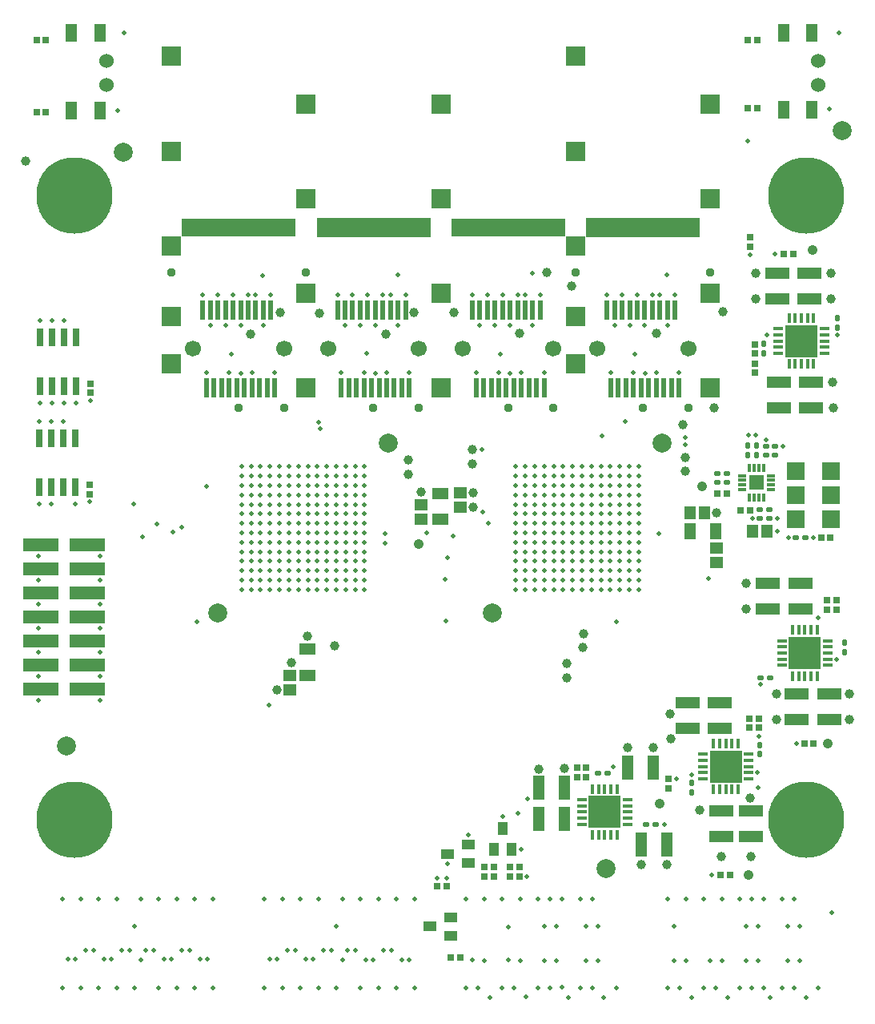
<source format=gts>
%FSLAX44Y44*%
%MOMM*%
G71*
G01*
G75*
G04 Layer_Color=8388736*
%ADD10C,0.2032*%
G04:AMPARAMS|DCode=11|XSize=0.5mm|YSize=0.6mm|CornerRadius=0.125mm|HoleSize=0mm|Usage=FLASHONLY|Rotation=0.000|XOffset=0mm|YOffset=0mm|HoleType=Round|Shape=RoundedRectangle|*
%AMROUNDEDRECTD11*
21,1,0.5000,0.3500,0,0,0.0*
21,1,0.2500,0.6000,0,0,0.0*
1,1,0.2500,0.1250,-0.1750*
1,1,0.2500,-0.1250,-0.1750*
1,1,0.2500,-0.1250,0.1750*
1,1,0.2500,0.1250,0.1750*
%
%ADD11ROUNDEDRECTD11*%
%ADD12R,2.6000X1.1000*%
%ADD13R,0.6000X0.6000*%
G04:AMPARAMS|DCode=14|XSize=0.5mm|YSize=0.6mm|CornerRadius=0.125mm|HoleSize=0mm|Usage=FLASHONLY|Rotation=270.000|XOffset=0mm|YOffset=0mm|HoleType=Round|Shape=RoundedRectangle|*
%AMROUNDEDRECTD14*
21,1,0.5000,0.3500,0,0,270.0*
21,1,0.2500,0.6000,0,0,270.0*
1,1,0.2500,-0.1750,-0.1250*
1,1,0.2500,-0.1750,0.1250*
1,1,0.2500,0.1750,0.1250*
1,1,0.2500,0.1750,-0.1250*
%
%ADD14ROUNDEDRECTD14*%
%ADD15R,1.1000X1.3500*%
%ADD16R,0.6000X0.6000*%
%ADD17R,1.0000X1.4000*%
%ADD18R,1.4000X1.0000*%
%ADD19R,1.4000X1.1000*%
%ADD20R,1.1500X1.8000*%
%ADD21R,0.9500X0.3500*%
%ADD22R,0.3500X0.9500*%
%ADD23R,3.3000X3.3000*%
%ADD24R,0.6000X1.8000*%
%ADD25R,0.5000X2.0000*%
%ADD26R,1.6000X1.6000*%
%ADD27R,0.2800X0.8000*%
%ADD28R,0.8000X0.2800*%
%ADD29R,1.1000X1.4000*%
%ADD30R,1.1500X1.7000*%
%ADD31R,3.3000X3.3000*%
%ADD32R,1.1000X2.6000*%
%ADD33R,1.7000X1.1500*%
%ADD34C,0.4500*%
%ADD35C,1.0000*%
%ADD36R,12.0500X2.0000*%
%ADD37R,1.8000X1.8000*%
%ADD38R,3.6800X1.2700*%
%ADD39C,0.1270*%
%ADD40C,0.2540*%
%ADD41C,0.5080*%
%ADD42C,0.1524*%
%ADD43C,0.3048*%
%ADD44C,0.5000*%
%ADD45C,0.3810*%
%ADD46C,1.6500*%
%ADD47C,1.4732*%
%ADD48C,0.9500*%
%ADD49R,2.0000X2.0000*%
%ADD50C,8.0000*%
%ADD51C,0.4928*%
%ADD52C,0.6600*%
%ADD53C,0.5080*%
%ADD54C,1.0160*%
%ADD55C,1.0080*%
%ADD56C,2.0580*%
%ADD57C,2.0320*%
%ADD58C,1.4580*%
%ADD59C,1.5580*%
%ADD60C,1.6764*%
%ADD61C,4.3180*%
%ADD62C,0.7620*%
%ADD63C,0.1000*%
%ADD64C,0.1016*%
%ADD65C,0.8380*%
%ADD66C,1.2700*%
%ADD67R,0.4064X2.1590*%
%ADD68R,18.0340X0.5080*%
%ADD69C,0.2500*%
%ADD70C,0.6000*%
%ADD71C,0.2000*%
%ADD72R,2.3100X2.3100*%
%ADD73R,1.1200X1.1200*%
%ADD74R,2.3100X2.3100*%
G04:AMPARAMS|DCode=75|XSize=0.5508mm|YSize=0.6508mm|CornerRadius=0.1504mm|HoleSize=0mm|Usage=FLASHONLY|Rotation=0.000|XOffset=0mm|YOffset=0mm|HoleType=Round|Shape=RoundedRectangle|*
%AMROUNDEDRECTD75*
21,1,0.5508,0.3500,0,0,0.0*
21,1,0.2500,0.6508,0,0,0.0*
1,1,0.3008,0.1250,-0.1750*
1,1,0.3008,-0.1250,-0.1750*
1,1,0.3008,-0.1250,0.1750*
1,1,0.3008,0.1250,0.1750*
%
%ADD75ROUNDEDRECTD75*%
%ADD76R,2.6508X1.1508*%
%ADD77R,0.6508X0.6508*%
G04:AMPARAMS|DCode=78|XSize=0.5508mm|YSize=0.6508mm|CornerRadius=0.1504mm|HoleSize=0mm|Usage=FLASHONLY|Rotation=270.000|XOffset=0mm|YOffset=0mm|HoleType=Round|Shape=RoundedRectangle|*
%AMROUNDEDRECTD78*
21,1,0.5508,0.3500,0,0,270.0*
21,1,0.2500,0.6508,0,0,270.0*
1,1,0.3008,-0.1750,-0.1250*
1,1,0.3008,-0.1750,0.1250*
1,1,0.3008,0.1750,0.1250*
1,1,0.3008,0.1750,-0.1250*
%
%ADD78ROUNDEDRECTD78*%
%ADD79R,1.1508X1.4008*%
%ADD80R,0.6508X0.6508*%
%ADD81R,1.0508X1.4508*%
%ADD82R,1.4508X1.0508*%
%ADD83R,1.4508X1.1508*%
%ADD84R,1.2008X1.8508*%
%ADD85R,1.0008X0.4008*%
%ADD86R,0.4008X1.0008*%
%ADD87R,3.3508X3.3508*%
%ADD88R,0.6508X1.8508*%
%ADD89R,0.5508X2.0508*%
%ADD90R,1.6508X1.6508*%
%ADD91R,0.3308X0.8508*%
%ADD92R,0.8508X0.3308*%
%ADD93R,1.1508X1.4508*%
%ADD94R,1.2008X1.7508*%
%ADD95R,3.3508X3.3508*%
%ADD96R,1.1508X2.6508*%
%ADD97R,1.7508X1.2008*%
%ADD98C,0.5008*%
%ADD99C,2.0000*%
%ADD100R,11.9992X1.9492*%
%ADD101R,1.8508X1.8508*%
%ADD102R,3.7308X1.3208*%
%ADD103C,1.0508*%
%ADD104C,1.7008*%
%ADD105C,1.5240*%
%ADD106C,0.0508*%
%ADD107C,8.0508*%
D35*
X865162Y684060D02*
D03*
X783628Y799630D02*
D03*
Y772630D02*
D03*
X863482Y772550D02*
D03*
X863388Y799550D02*
D03*
X865416Y657060D02*
D03*
X11478Y918000D02*
D03*
X742050Y546608D02*
D03*
X739782Y657306D02*
D03*
X706846Y639370D02*
D03*
X709104Y604896D02*
D03*
Y589896D02*
D03*
X583918Y371722D02*
D03*
Y386722D02*
D03*
X601158Y403850D02*
D03*
X601258Y418750D02*
D03*
X430022Y568514D02*
D03*
X485068Y552316D02*
D03*
Y567316D02*
D03*
X483652Y613154D02*
D03*
Y598154D02*
D03*
X416232Y587232D02*
D03*
Y602232D02*
D03*
X338498Y405270D02*
D03*
X309350Y415946D02*
D03*
X277000Y359000D02*
D03*
X293000Y388000D02*
D03*
X773500Y471500D02*
D03*
Y444500D02*
D03*
X806000Y354500D02*
D03*
X883000D02*
D03*
Y327500D02*
D03*
X806000D02*
D03*
X779000Y183000D02*
D03*
X747000D02*
D03*
X724000Y232000D02*
D03*
X689500Y174500D02*
D03*
X662500D02*
D03*
X693420Y334010D02*
D03*
X693614Y307788D02*
D03*
X675500Y298106D02*
D03*
X648500D02*
D03*
X581000Y276000D02*
D03*
X554500Y275500D02*
D03*
X778000Y245000D02*
D03*
X322072Y757428D02*
D03*
X281132Y758190D02*
D03*
X249500Y735000D02*
D03*
X392318Y734640D02*
D03*
X464322Y758018D02*
D03*
X422500Y758000D02*
D03*
X589000Y785500D02*
D03*
X563000Y800500D02*
D03*
X534318Y735640D02*
D03*
X748902Y758604D02*
D03*
X678500Y736000D02*
D03*
D36*
X664469Y847400D02*
D03*
X379469D02*
D03*
D48*
X664369Y657400D02*
D03*
X712369D02*
D03*
X569869D02*
D03*
X521869D02*
D03*
X427369D02*
D03*
X379369D02*
D03*
X236869D02*
D03*
X284869D02*
D03*
X165669Y800400D02*
D03*
X308169D02*
D03*
X593169D02*
D03*
X735669Y800400D02*
D03*
D49*
X165669Y1028400D02*
D03*
Y928400D02*
D03*
X165669Y828400D02*
D03*
Y753400D02*
D03*
X165669Y703400D02*
D03*
X593169Y1028400D02*
D03*
Y928400D02*
D03*
X593169Y828400D02*
D03*
Y753400D02*
D03*
X593169Y703400D02*
D03*
X308169Y978400D02*
D03*
X735669Y678400D02*
D03*
X735669Y778400D02*
D03*
X735669Y878400D02*
D03*
Y978400D02*
D03*
X450669Y678400D02*
D03*
Y778400D02*
D03*
Y878400D02*
D03*
Y978400D02*
D03*
X308169Y878400D02*
D03*
X308169Y778400D02*
D03*
X308169Y678400D02*
D03*
D51*
X733806Y477012D02*
D03*
X636016Y431038D02*
D03*
X268979Y342646D02*
D03*
X541782Y162052D02*
D03*
X708914Y618236D02*
D03*
Y626212D02*
D03*
X646000Y643000D02*
D03*
X620776Y627634D02*
D03*
X457962Y498856D02*
D03*
X455422Y475742D02*
D03*
X135128Y520954D02*
D03*
X126238Y555752D02*
D03*
X806186Y527040D02*
D03*
X818388Y519938D02*
D03*
X844477D02*
D03*
X812710Y616294D02*
D03*
X806422Y540540D02*
D03*
X780170Y540140D02*
D03*
X794274Y623554D02*
D03*
X795274Y734314D02*
D03*
X804420Y819914D02*
D03*
X869696Y734060D02*
D03*
X321000Y642000D02*
D03*
X494000Y613000D02*
D03*
X849449Y44269D02*
D03*
X177000Y531000D02*
D03*
X203000Y574000D02*
D03*
X115400Y1053000D02*
D03*
X150000Y534000D02*
D03*
X167000Y526000D02*
D03*
X464000Y522000D02*
D03*
X109000Y971000D02*
D03*
X495000Y547000D02*
D03*
X862000Y973000D02*
D03*
X872000Y1053000D02*
D03*
X642369Y776150D02*
D03*
X775500Y939000D02*
D03*
X246869Y776150D02*
D03*
X238869Y744650D02*
D03*
X230869Y776150D02*
D03*
X674369D02*
D03*
X666369Y744650D02*
D03*
X658369Y776150D02*
D03*
X531869D02*
D03*
X523869Y744650D02*
D03*
X515869Y776150D02*
D03*
X389369D02*
D03*
X381369Y744650D02*
D03*
X373369Y776150D02*
D03*
X500888Y534920D02*
D03*
X681344Y524438D02*
D03*
X778000Y819162D02*
D03*
X391922Y524256D02*
D03*
Y514256D02*
D03*
X222869Y744650D02*
D03*
X214869Y776150D02*
D03*
X206869Y744650D02*
D03*
X198869Y776150D02*
D03*
X254869D02*
D03*
X262869Y744650D02*
D03*
X270869Y776150D02*
D03*
X630369Y694150D02*
D03*
X654369D02*
D03*
X678369D02*
D03*
X702369D02*
D03*
X202869D02*
D03*
X226869D02*
D03*
X250869D02*
D03*
X274869D02*
D03*
X698369Y776150D02*
D03*
X690369Y744650D02*
D03*
X682369Y776150D02*
D03*
X626369D02*
D03*
X634369Y744650D02*
D03*
X650369D02*
D03*
X413369Y776150D02*
D03*
X405369Y744650D02*
D03*
X397369Y776150D02*
D03*
X341369D02*
D03*
X349369Y744650D02*
D03*
X357369Y776150D02*
D03*
X365369Y744650D02*
D03*
X507869D02*
D03*
X499869Y776150D02*
D03*
X491869Y744650D02*
D03*
X483869Y776150D02*
D03*
X539869D02*
D03*
X547869Y744650D02*
D03*
X555869Y776150D02*
D03*
X559869Y694150D02*
D03*
X535869D02*
D03*
X511869D02*
D03*
X487869D02*
D03*
X417369D02*
D03*
X393369D02*
D03*
X369369D02*
D03*
X345369D02*
D03*
X457724Y175504D02*
D03*
X516000Y225322D02*
D03*
X479724Y205584D02*
D03*
X535790Y191000D02*
D03*
X457000Y159750D02*
D03*
X447000D02*
D03*
X521789Y108785D02*
D03*
X700000Y265000D02*
D03*
X79254Y558034D02*
D03*
X80264Y664972D02*
D03*
X26950Y662550D02*
D03*
X39650D02*
D03*
X52350D02*
D03*
X65050D02*
D03*
X26950Y749450D02*
D03*
X39650D02*
D03*
X52350D02*
D03*
X51350Y642450D02*
D03*
X38650D02*
D03*
X25950D02*
D03*
X64050Y555550D02*
D03*
X38650D02*
D03*
X25950D02*
D03*
X90000Y500300D02*
D03*
Y474900D02*
D03*
Y449500D02*
D03*
Y424100D02*
D03*
Y398700D02*
D03*
Y373300D02*
D03*
Y347900D02*
D03*
X25000D02*
D03*
Y373300D02*
D03*
Y398700D02*
D03*
Y424100D02*
D03*
Y449500D02*
D03*
Y474900D02*
D03*
Y500300D02*
D03*
X827250Y302000D02*
D03*
X737362Y163830D02*
D03*
X788952Y364860D02*
D03*
X869122Y391526D02*
D03*
X850000Y435000D02*
D03*
X785622Y271526D02*
D03*
X785876Y255524D02*
D03*
X787146Y310388D02*
D03*
X836749Y34363D02*
D03*
X798649D02*
D03*
X754126Y34290D02*
D03*
X716099Y34363D02*
D03*
X623062Y34290D02*
D03*
X585470D02*
D03*
X540839Y34471D02*
D03*
X502920Y34290D02*
D03*
X302079Y138357D02*
D03*
X50619Y44377D02*
D03*
X69669Y44269D02*
D03*
X88719Y44523D02*
D03*
X107769Y44269D02*
D03*
X126819D02*
D03*
X152219Y44377D02*
D03*
X171269D02*
D03*
X190319Y44269D02*
D03*
X209369D02*
D03*
Y138357D02*
D03*
X107769Y138249D02*
D03*
X88719D02*
D03*
X69669D02*
D03*
X50546Y138430D02*
D03*
X64132Y74422D02*
D03*
X56156D02*
D03*
X75206Y83820D02*
D03*
X102232Y74422D02*
D03*
X94256D02*
D03*
X203832D02*
D03*
X195856D02*
D03*
X184782Y83820D02*
D03*
X176806D02*
D03*
X165732Y74422D02*
D03*
X146682Y84074D02*
D03*
X138706D02*
D03*
X269516Y74422D02*
D03*
X277492D02*
D03*
X288566Y83820D02*
D03*
X296542D02*
D03*
X307616Y74422D02*
D03*
X315592D02*
D03*
X326666Y83820D02*
D03*
X334642D02*
D03*
X83182D02*
D03*
X113306Y84074D02*
D03*
X121282D02*
D03*
X409216Y74168D02*
D03*
X417192D02*
D03*
X352066Y83566D02*
D03*
X360042D02*
D03*
X371116Y74168D02*
D03*
X379092D02*
D03*
X390166Y83820D02*
D03*
X398142D02*
D03*
X263979Y138249D02*
D03*
X283029Y138357D02*
D03*
X321129Y138249D02*
D03*
X346529Y138357D02*
D03*
X365579D02*
D03*
X403679D02*
D03*
X422729Y138249D02*
D03*
X263979Y44377D02*
D03*
X283029Y44269D02*
D03*
X302079D02*
D03*
X321129D02*
D03*
X340179Y44377D02*
D03*
X365579Y44269D02*
D03*
X384629D02*
D03*
X403679Y44377D02*
D03*
X422729Y44269D02*
D03*
X477339Y138357D02*
D03*
X496389D02*
D03*
X515439D02*
D03*
X534489D02*
D03*
X553539D02*
D03*
X578939D02*
D03*
X597989D02*
D03*
X477339Y44269D02*
D03*
X515439Y44377D02*
D03*
X553539Y44269D02*
D03*
X572589Y109039D02*
D03*
X604339D02*
D03*
X483689Y73479D02*
D03*
X521789D02*
D03*
X346529D02*
D03*
X340179Y109293D02*
D03*
X559889Y109039D02*
D03*
X566239Y138357D02*
D03*
X610689D02*
D03*
X617039Y109039D02*
D03*
X133169Y73587D02*
D03*
X126819Y108966D02*
D03*
X490039Y44269D02*
D03*
X496389Y73333D02*
D03*
X528139Y44269D02*
D03*
X534489Y73333D02*
D03*
X559889Y73225D02*
D03*
X566239Y44269D02*
D03*
X572589Y73333D02*
D03*
X578939Y44631D02*
D03*
X597989Y44377D02*
D03*
X604339Y73333D02*
D03*
X610689Y44269D02*
D03*
X617039Y73225D02*
D03*
X636089Y44377D02*
D03*
X690699Y138357D02*
D03*
X697049Y109039D02*
D03*
X709749Y138249D02*
D03*
X728799D02*
D03*
X747849D02*
D03*
X766899Y138357D02*
D03*
X773249Y109039D02*
D03*
X779599Y138357D02*
D03*
X785949Y109039D02*
D03*
X792299Y138357D02*
D03*
X811349D02*
D03*
X817699Y109039D02*
D03*
X824049Y138357D02*
D03*
X830399Y109039D02*
D03*
X690699Y44269D02*
D03*
X697049Y73333D02*
D03*
X703399Y44269D02*
D03*
X709749Y73333D02*
D03*
X728799Y44269D02*
D03*
X735149Y73333D02*
D03*
X741499Y44523D02*
D03*
X747849Y73333D02*
D03*
X766899Y44377D02*
D03*
X773249Y73333D02*
D03*
X779599Y44269D02*
D03*
X785949Y73333D02*
D03*
X792299Y44269D02*
D03*
X811349Y44377D02*
D03*
X817699Y73333D02*
D03*
X824049Y44269D02*
D03*
X830399Y73333D02*
D03*
X384629Y138357D02*
D03*
X190319Y138249D02*
D03*
X171269D02*
D03*
X152219Y138357D02*
D03*
X133169Y138103D02*
D03*
X157756Y74422D02*
D03*
X633000Y278000D02*
D03*
X687000Y217000D02*
D03*
X715678Y269524D02*
D03*
X864235Y123571D02*
D03*
X192532Y431292D02*
D03*
X455930Y431546D02*
D03*
X531876Y228854D02*
D03*
X542798Y243586D02*
D03*
X228869Y713888D02*
D03*
X239014Y693420D02*
D03*
X381514D02*
D03*
X524014D02*
D03*
X666514D02*
D03*
X371869Y714888D02*
D03*
X513869Y713888D02*
D03*
X655869D02*
D03*
X547223Y798977D02*
D03*
X405223Y797977D02*
D03*
X262223Y796977D02*
D03*
X689609Y797977D02*
D03*
X323000Y635000D02*
D03*
X775665Y628650D02*
D03*
X783641D02*
D03*
X436118Y524764D02*
D03*
D75*
X792480Y724582D02*
D03*
Y714582D02*
D03*
X788000Y291000D02*
D03*
Y301000D02*
D03*
X715678Y250524D02*
D03*
Y260524D02*
D03*
X869696Y742014D02*
D03*
Y752014D02*
D03*
X878000Y409000D02*
D03*
Y399000D02*
D03*
X775274Y607294D02*
D03*
Y617294D02*
D03*
X784274Y607294D02*
D03*
Y617294D02*
D03*
D76*
X842518Y657060D02*
D03*
Y684060D02*
D03*
X808482Y657060D02*
D03*
Y684060D02*
D03*
X806450Y799630D02*
D03*
Y772630D02*
D03*
X831000Y471500D02*
D03*
Y444500D02*
D03*
X747000Y231500D02*
D03*
Y204500D02*
D03*
X712000Y345500D02*
D03*
Y318500D02*
D03*
X796500Y471500D02*
D03*
Y444500D02*
D03*
X779000Y231500D02*
D03*
Y204500D02*
D03*
X746000Y345500D02*
D03*
Y318500D02*
D03*
X862000Y354500D02*
D03*
Y327500D02*
D03*
X827000D02*
D03*
Y354500D02*
D03*
X840740Y799550D02*
D03*
Y772550D02*
D03*
D77*
X777670Y549040D02*
D03*
X767670D02*
D03*
X852758Y519938D02*
D03*
X862758D02*
D03*
X746708Y163576D02*
D03*
X756708D02*
D03*
X777000Y329000D02*
D03*
X787000D02*
D03*
X777000Y319000D02*
D03*
X787000D02*
D03*
X845000Y302000D02*
D03*
X835000D02*
D03*
X859000Y454000D02*
D03*
X869000D02*
D03*
X447000Y152000D02*
D03*
X457000D02*
D03*
X859000Y444000D02*
D03*
X869000D02*
D03*
X461000Y76000D02*
D03*
X471000D02*
D03*
X33000Y1045400D02*
D03*
X23000D02*
D03*
Y969400D02*
D03*
X33000D02*
D03*
X775000Y1045400D02*
D03*
X785000D02*
D03*
Y973400D02*
D03*
X775000D02*
D03*
X823388Y819912D02*
D03*
X813388D02*
D03*
X743284Y566166D02*
D03*
X753284D02*
D03*
D78*
X836186Y519928D02*
D03*
X826186D02*
D03*
X668000Y217000D02*
D03*
X678000D02*
D03*
X797670Y540540D02*
D03*
X787670D02*
D03*
X617000Y271000D02*
D03*
X627000D02*
D03*
X797670Y549540D02*
D03*
X787670D02*
D03*
X798952Y372110D02*
D03*
X788952D02*
D03*
X753284Y578358D02*
D03*
X743284D02*
D03*
X753284Y587502D02*
D03*
X743284D02*
D03*
X804274Y607294D02*
D03*
X794274D02*
D03*
X804274Y616294D02*
D03*
X794274D02*
D03*
D79*
X780170Y527040D02*
D03*
X795170D02*
D03*
D80*
X691000Y265000D02*
D03*
Y255000D02*
D03*
X782828Y704118D02*
D03*
Y694118D02*
D03*
Y724438D02*
D03*
Y714438D02*
D03*
X595000Y267000D02*
D03*
Y277000D02*
D03*
X778002Y827612D02*
D03*
Y837612D02*
D03*
X604000Y267000D02*
D03*
Y277000D02*
D03*
X80264Y672926D02*
D03*
Y682926D02*
D03*
X79254Y565984D02*
D03*
Y575984D02*
D03*
X524000Y172000D02*
D03*
Y162000D02*
D03*
X534000D02*
D03*
Y172000D02*
D03*
X497000Y162000D02*
D03*
Y172000D02*
D03*
X506984Y172132D02*
D03*
Y162132D02*
D03*
D81*
X516000Y213000D02*
D03*
X525500Y191000D02*
D03*
X506500D02*
D03*
D82*
X457724Y185794D02*
D03*
X479724Y195294D02*
D03*
Y176294D02*
D03*
X461000Y99500D02*
D03*
Y118500D02*
D03*
X439000Y109000D02*
D03*
D83*
X290830Y374022D02*
D03*
Y359022D02*
D03*
X741834Y509150D02*
D03*
Y494150D02*
D03*
X430022Y539616D02*
D03*
Y554616D02*
D03*
X471170Y567316D02*
D03*
Y552316D02*
D03*
D84*
X813000Y1053400D02*
D03*
X843000D02*
D03*
X813000Y972400D02*
D03*
X843000D02*
D03*
X60000Y971400D02*
D03*
X90000D02*
D03*
X60000Y1053400D02*
D03*
X90000D02*
D03*
D85*
X727750Y291000D02*
D03*
Y284500D02*
D03*
Y278000D02*
D03*
Y271500D02*
D03*
Y265000D02*
D03*
X776250D02*
D03*
Y271500D02*
D03*
Y278000D02*
D03*
Y284500D02*
D03*
Y291000D02*
D03*
X648250Y217000D02*
D03*
Y223500D02*
D03*
Y230000D02*
D03*
Y236500D02*
D03*
Y243000D02*
D03*
X599750D02*
D03*
Y236500D02*
D03*
Y230000D02*
D03*
Y223500D02*
D03*
Y217000D02*
D03*
X859750Y411000D02*
D03*
Y404500D02*
D03*
Y398000D02*
D03*
Y391500D02*
D03*
Y385000D02*
D03*
X811250D02*
D03*
Y391500D02*
D03*
Y398000D02*
D03*
Y404500D02*
D03*
Y411000D02*
D03*
X807680Y714710D02*
D03*
Y721210D02*
D03*
Y727710D02*
D03*
Y734210D02*
D03*
Y740710D02*
D03*
X856180D02*
D03*
Y734210D02*
D03*
Y727710D02*
D03*
Y721210D02*
D03*
Y714710D02*
D03*
D86*
X739000Y253750D02*
D03*
X745500D02*
D03*
X752000D02*
D03*
X758500D02*
D03*
X765000D02*
D03*
Y302250D02*
D03*
X758500D02*
D03*
X752000D02*
D03*
X745500D02*
D03*
X739000D02*
D03*
X611000Y205750D02*
D03*
X617500D02*
D03*
X624000D02*
D03*
X630500D02*
D03*
X637000D02*
D03*
Y254250D02*
D03*
X630500D02*
D03*
X624000D02*
D03*
X617500D02*
D03*
X611000D02*
D03*
X822500Y422250D02*
D03*
X829000D02*
D03*
X835500D02*
D03*
X842000D02*
D03*
X848500D02*
D03*
Y373750D02*
D03*
X842000D02*
D03*
X835500D02*
D03*
X829000D02*
D03*
X822500D02*
D03*
X844930Y703460D02*
D03*
X838430D02*
D03*
X831930D02*
D03*
X825430D02*
D03*
X818930D02*
D03*
Y751960D02*
D03*
X825430D02*
D03*
X831930D02*
D03*
X838430D02*
D03*
X844930D02*
D03*
D87*
X752000Y278000D02*
D03*
X835500Y398000D02*
D03*
X831930Y727710D02*
D03*
D88*
X65050Y732000D02*
D03*
X52350D02*
D03*
X39650D02*
D03*
X26950D02*
D03*
X65050Y680000D02*
D03*
X52350D02*
D03*
X39650D02*
D03*
X26950D02*
D03*
X25950Y573000D02*
D03*
X38650D02*
D03*
X51350D02*
D03*
X64050D02*
D03*
X25950Y625000D02*
D03*
X38650D02*
D03*
X51350D02*
D03*
X64050D02*
D03*
D89*
X559869Y678400D02*
D03*
X487869D02*
D03*
X495869D02*
D03*
X503869D02*
D03*
X511869D02*
D03*
X519869D02*
D03*
X527869D02*
D03*
X535869D02*
D03*
X543869D02*
D03*
X551869D02*
D03*
X547869Y760400D02*
D03*
X539869D02*
D03*
X531869D02*
D03*
X523869D02*
D03*
X515869D02*
D03*
X507869D02*
D03*
X499869D02*
D03*
X491869D02*
D03*
X483869D02*
D03*
X555869Y760400D02*
D03*
X702369Y678400D02*
D03*
X630369D02*
D03*
X638369D02*
D03*
X646369D02*
D03*
X654369D02*
D03*
X662369D02*
D03*
X670369D02*
D03*
X678369D02*
D03*
X686369D02*
D03*
X694369D02*
D03*
X690369Y760400D02*
D03*
X682369D02*
D03*
X674369D02*
D03*
X666369D02*
D03*
X658369D02*
D03*
X650369D02*
D03*
X642369D02*
D03*
X634369D02*
D03*
X626369D02*
D03*
X698369Y760400D02*
D03*
X274869Y678400D02*
D03*
X202869D02*
D03*
X210869D02*
D03*
X218869D02*
D03*
X226869D02*
D03*
X234869D02*
D03*
X242869D02*
D03*
X250869D02*
D03*
X258869D02*
D03*
X266869D02*
D03*
X262869Y760400D02*
D03*
X254869D02*
D03*
X246869D02*
D03*
X238869D02*
D03*
X230869D02*
D03*
X222869D02*
D03*
X214869D02*
D03*
X206869D02*
D03*
X198869D02*
D03*
X270869Y760400D02*
D03*
X417369Y678400D02*
D03*
X345369D02*
D03*
X353369D02*
D03*
X361369D02*
D03*
X369369D02*
D03*
X377369D02*
D03*
X385369D02*
D03*
X393369D02*
D03*
X401369D02*
D03*
X409369D02*
D03*
X405369Y760400D02*
D03*
X397369D02*
D03*
X389369D02*
D03*
X381369D02*
D03*
X373369D02*
D03*
X365369D02*
D03*
X357369D02*
D03*
X349369D02*
D03*
X341369D02*
D03*
X413369Y760400D02*
D03*
D90*
X784670Y578040D02*
D03*
D91*
X777170Y593540D02*
D03*
X782170D02*
D03*
X787170D02*
D03*
X792170D02*
D03*
Y562540D02*
D03*
X787170D02*
D03*
X782170D02*
D03*
X777170D02*
D03*
D92*
X800170Y585540D02*
D03*
Y580540D02*
D03*
Y575540D02*
D03*
Y570540D02*
D03*
X769170D02*
D03*
Y575540D02*
D03*
Y580540D02*
D03*
Y585540D02*
D03*
D93*
X714114Y546608D02*
D03*
X729114D02*
D03*
D94*
X714214Y527050D02*
D03*
X741714D02*
D03*
D95*
X624000Y230000D02*
D03*
D96*
X554444Y223000D02*
D03*
X581444D02*
D03*
X554444Y255524D02*
D03*
X581444D02*
D03*
X662500Y196000D02*
D03*
X689500D02*
D03*
X648500Y276606D02*
D03*
X675500D02*
D03*
D97*
X309372Y402116D02*
D03*
Y374616D02*
D03*
X450088Y539462D02*
D03*
Y566962D02*
D03*
D98*
X370000Y595000D02*
D03*
Y585000D02*
D03*
Y575000D02*
D03*
Y565000D02*
D03*
Y555000D02*
D03*
Y545000D02*
D03*
Y535000D02*
D03*
Y525000D02*
D03*
Y515000D02*
D03*
Y505000D02*
D03*
Y495000D02*
D03*
Y485000D02*
D03*
Y475000D02*
D03*
Y465000D02*
D03*
X360000Y595000D02*
D03*
Y585000D02*
D03*
Y575000D02*
D03*
Y565000D02*
D03*
Y555000D02*
D03*
Y545000D02*
D03*
Y535000D02*
D03*
Y525000D02*
D03*
Y515000D02*
D03*
Y505000D02*
D03*
Y495000D02*
D03*
Y485000D02*
D03*
Y475000D02*
D03*
Y465000D02*
D03*
X350000Y595000D02*
D03*
Y585000D02*
D03*
Y575000D02*
D03*
Y565000D02*
D03*
Y555000D02*
D03*
Y545000D02*
D03*
Y535000D02*
D03*
Y525000D02*
D03*
Y515000D02*
D03*
Y505000D02*
D03*
Y495000D02*
D03*
Y485000D02*
D03*
Y475000D02*
D03*
Y465000D02*
D03*
X340000Y595000D02*
D03*
Y585000D02*
D03*
Y575000D02*
D03*
Y565000D02*
D03*
Y555000D02*
D03*
Y545000D02*
D03*
Y535000D02*
D03*
Y525000D02*
D03*
Y515000D02*
D03*
Y505000D02*
D03*
Y495000D02*
D03*
Y485000D02*
D03*
Y475000D02*
D03*
Y465000D02*
D03*
X330000Y595000D02*
D03*
Y585000D02*
D03*
Y575000D02*
D03*
Y565000D02*
D03*
Y555000D02*
D03*
Y545000D02*
D03*
Y535000D02*
D03*
Y525000D02*
D03*
Y515000D02*
D03*
Y505000D02*
D03*
Y495000D02*
D03*
Y485000D02*
D03*
Y475000D02*
D03*
Y465000D02*
D03*
X320000Y595000D02*
D03*
Y585000D02*
D03*
Y575000D02*
D03*
Y565000D02*
D03*
Y555000D02*
D03*
Y545000D02*
D03*
Y535000D02*
D03*
Y525000D02*
D03*
Y515000D02*
D03*
Y505000D02*
D03*
Y495000D02*
D03*
Y485000D02*
D03*
Y475000D02*
D03*
Y465000D02*
D03*
X310000Y595000D02*
D03*
Y585000D02*
D03*
Y575000D02*
D03*
Y565000D02*
D03*
Y555000D02*
D03*
Y545000D02*
D03*
Y535000D02*
D03*
Y525000D02*
D03*
Y515000D02*
D03*
Y505000D02*
D03*
Y495000D02*
D03*
Y485000D02*
D03*
Y475000D02*
D03*
Y465000D02*
D03*
X300000Y595000D02*
D03*
Y585000D02*
D03*
Y575000D02*
D03*
Y565000D02*
D03*
Y555000D02*
D03*
Y545000D02*
D03*
Y535000D02*
D03*
Y525000D02*
D03*
Y515000D02*
D03*
Y505000D02*
D03*
Y495000D02*
D03*
Y485000D02*
D03*
Y475000D02*
D03*
Y465000D02*
D03*
X290000Y595000D02*
D03*
Y585000D02*
D03*
Y575000D02*
D03*
Y565000D02*
D03*
Y555000D02*
D03*
Y545000D02*
D03*
Y535000D02*
D03*
Y525000D02*
D03*
Y515000D02*
D03*
Y505000D02*
D03*
Y495000D02*
D03*
Y485000D02*
D03*
Y475000D02*
D03*
Y465000D02*
D03*
X280000Y595000D02*
D03*
Y585000D02*
D03*
Y575000D02*
D03*
Y565000D02*
D03*
Y555000D02*
D03*
Y545000D02*
D03*
Y535000D02*
D03*
Y525000D02*
D03*
Y515000D02*
D03*
Y505000D02*
D03*
Y495000D02*
D03*
Y485000D02*
D03*
Y475000D02*
D03*
Y465000D02*
D03*
X270000Y595000D02*
D03*
Y585000D02*
D03*
Y575000D02*
D03*
Y565000D02*
D03*
Y555000D02*
D03*
Y545000D02*
D03*
Y535000D02*
D03*
Y525000D02*
D03*
Y515000D02*
D03*
Y505000D02*
D03*
Y495000D02*
D03*
Y485000D02*
D03*
Y475000D02*
D03*
Y465000D02*
D03*
X260000Y595000D02*
D03*
Y585000D02*
D03*
Y575000D02*
D03*
Y565000D02*
D03*
Y555000D02*
D03*
Y545000D02*
D03*
Y535000D02*
D03*
Y525000D02*
D03*
Y515000D02*
D03*
Y505000D02*
D03*
Y495000D02*
D03*
Y485000D02*
D03*
Y475000D02*
D03*
Y465000D02*
D03*
X250000Y595000D02*
D03*
Y585000D02*
D03*
Y575000D02*
D03*
Y565000D02*
D03*
Y555000D02*
D03*
Y545000D02*
D03*
Y535000D02*
D03*
Y525000D02*
D03*
Y515000D02*
D03*
Y505000D02*
D03*
Y495000D02*
D03*
Y485000D02*
D03*
Y475000D02*
D03*
Y465000D02*
D03*
X240000Y595000D02*
D03*
Y585000D02*
D03*
Y575000D02*
D03*
Y565000D02*
D03*
Y555000D02*
D03*
Y545000D02*
D03*
Y535000D02*
D03*
Y525000D02*
D03*
Y515000D02*
D03*
Y505000D02*
D03*
Y495000D02*
D03*
Y485000D02*
D03*
Y475000D02*
D03*
Y465000D02*
D03*
X530000D02*
D03*
Y475000D02*
D03*
Y485000D02*
D03*
Y495000D02*
D03*
Y505000D02*
D03*
Y515000D02*
D03*
Y525000D02*
D03*
Y535000D02*
D03*
Y545000D02*
D03*
Y555000D02*
D03*
Y565000D02*
D03*
Y575000D02*
D03*
Y585000D02*
D03*
Y595000D02*
D03*
X540000Y465000D02*
D03*
Y475000D02*
D03*
Y485000D02*
D03*
Y495000D02*
D03*
Y505000D02*
D03*
Y515000D02*
D03*
Y525000D02*
D03*
Y535000D02*
D03*
Y545000D02*
D03*
Y555000D02*
D03*
Y565000D02*
D03*
Y575000D02*
D03*
Y585000D02*
D03*
Y595000D02*
D03*
X550000Y465000D02*
D03*
Y475000D02*
D03*
Y485000D02*
D03*
Y495000D02*
D03*
Y505000D02*
D03*
Y515000D02*
D03*
Y525000D02*
D03*
Y535000D02*
D03*
Y545000D02*
D03*
Y555000D02*
D03*
Y565000D02*
D03*
Y575000D02*
D03*
Y585000D02*
D03*
Y595000D02*
D03*
X560000Y465000D02*
D03*
Y475000D02*
D03*
Y485000D02*
D03*
Y495000D02*
D03*
Y505000D02*
D03*
Y515000D02*
D03*
Y525000D02*
D03*
Y535000D02*
D03*
Y545000D02*
D03*
Y555000D02*
D03*
Y565000D02*
D03*
Y575000D02*
D03*
Y585000D02*
D03*
Y595000D02*
D03*
X570000Y465000D02*
D03*
Y475000D02*
D03*
Y485000D02*
D03*
Y495000D02*
D03*
Y505000D02*
D03*
Y515000D02*
D03*
Y525000D02*
D03*
Y535000D02*
D03*
Y545000D02*
D03*
Y555000D02*
D03*
Y565000D02*
D03*
Y575000D02*
D03*
Y585000D02*
D03*
Y595000D02*
D03*
X580000Y465000D02*
D03*
Y475000D02*
D03*
Y485000D02*
D03*
Y495000D02*
D03*
Y505000D02*
D03*
Y515000D02*
D03*
Y525000D02*
D03*
Y535000D02*
D03*
Y545000D02*
D03*
Y555000D02*
D03*
Y565000D02*
D03*
Y575000D02*
D03*
Y585000D02*
D03*
Y595000D02*
D03*
X590000Y465000D02*
D03*
Y475000D02*
D03*
Y485000D02*
D03*
Y495000D02*
D03*
Y505000D02*
D03*
Y515000D02*
D03*
Y525000D02*
D03*
Y535000D02*
D03*
Y545000D02*
D03*
Y555000D02*
D03*
Y565000D02*
D03*
Y575000D02*
D03*
Y585000D02*
D03*
Y595000D02*
D03*
X600000Y465000D02*
D03*
Y475000D02*
D03*
Y485000D02*
D03*
Y495000D02*
D03*
Y505000D02*
D03*
Y515000D02*
D03*
Y525000D02*
D03*
Y535000D02*
D03*
Y545000D02*
D03*
Y555000D02*
D03*
Y565000D02*
D03*
Y575000D02*
D03*
Y585000D02*
D03*
Y595000D02*
D03*
X610000Y465000D02*
D03*
Y475000D02*
D03*
Y485000D02*
D03*
Y495000D02*
D03*
Y505000D02*
D03*
Y515000D02*
D03*
Y525000D02*
D03*
Y535000D02*
D03*
Y545000D02*
D03*
Y555000D02*
D03*
Y565000D02*
D03*
Y575000D02*
D03*
Y585000D02*
D03*
Y595000D02*
D03*
X620000Y465000D02*
D03*
Y475000D02*
D03*
Y485000D02*
D03*
Y495000D02*
D03*
Y505000D02*
D03*
Y515000D02*
D03*
Y525000D02*
D03*
Y535000D02*
D03*
Y545000D02*
D03*
Y555000D02*
D03*
Y565000D02*
D03*
Y575000D02*
D03*
Y585000D02*
D03*
Y595000D02*
D03*
X630000Y465000D02*
D03*
Y475000D02*
D03*
Y485000D02*
D03*
Y495000D02*
D03*
Y505000D02*
D03*
Y515000D02*
D03*
Y525000D02*
D03*
Y535000D02*
D03*
Y545000D02*
D03*
Y555000D02*
D03*
Y565000D02*
D03*
Y575000D02*
D03*
Y585000D02*
D03*
Y595000D02*
D03*
X640000Y465000D02*
D03*
Y475000D02*
D03*
Y485000D02*
D03*
Y495000D02*
D03*
Y505000D02*
D03*
Y515000D02*
D03*
Y525000D02*
D03*
Y535000D02*
D03*
Y545000D02*
D03*
Y555000D02*
D03*
Y565000D02*
D03*
Y575000D02*
D03*
Y585000D02*
D03*
Y595000D02*
D03*
X650000Y465000D02*
D03*
Y475000D02*
D03*
Y485000D02*
D03*
Y495000D02*
D03*
Y505000D02*
D03*
Y515000D02*
D03*
Y525000D02*
D03*
Y535000D02*
D03*
Y545000D02*
D03*
Y555000D02*
D03*
Y565000D02*
D03*
Y575000D02*
D03*
Y585000D02*
D03*
Y595000D02*
D03*
X660000Y465000D02*
D03*
Y475000D02*
D03*
Y485000D02*
D03*
Y495000D02*
D03*
Y505000D02*
D03*
Y515000D02*
D03*
Y525000D02*
D03*
Y535000D02*
D03*
Y545000D02*
D03*
Y555000D02*
D03*
Y565000D02*
D03*
Y575000D02*
D03*
Y585000D02*
D03*
Y595000D02*
D03*
D99*
X395000Y620000D02*
D03*
X215000Y440000D02*
D03*
X505000D02*
D03*
X685000Y620000D02*
D03*
X55000Y300000D02*
D03*
X625000Y170000D02*
D03*
X875000Y950000D02*
D03*
X115000Y927000D02*
D03*
D100*
X521969Y847400D02*
D03*
X236919D02*
D03*
D101*
X825800Y539750D02*
D03*
Y565150D02*
D03*
Y590550D02*
D03*
X863300D02*
D03*
Y565150D02*
D03*
Y539750D02*
D03*
D102*
X76750Y410600D02*
D03*
Y385200D02*
D03*
Y359800D02*
D03*
Y486800D02*
D03*
Y461400D02*
D03*
Y436000D02*
D03*
Y512200D02*
D03*
X27250D02*
D03*
Y436000D02*
D03*
Y461400D02*
D03*
Y486800D02*
D03*
Y359800D02*
D03*
Y385200D02*
D03*
Y410600D02*
D03*
D103*
X427482Y513334D02*
D03*
X860298Y302006D02*
D03*
X682000Y239000D02*
D03*
X726948Y573786D02*
D03*
X775716Y163830D02*
D03*
X843534Y824230D02*
D03*
D104*
X473869Y719400D02*
D03*
X569869D02*
D03*
X616369D02*
D03*
X712369D02*
D03*
X188869D02*
D03*
X284869D02*
D03*
X331369D02*
D03*
X427369D02*
D03*
D105*
X850000Y1023800D02*
D03*
Y998400D02*
D03*
X97000Y1023800D02*
D03*
Y998400D02*
D03*
D106*
X872744Y70866D02*
D03*
X26924D02*
D03*
D107*
X63065Y881761D02*
D03*
X836965D02*
D03*
X63065Y222123D02*
D03*
X836965D02*
D03*
M02*

</source>
